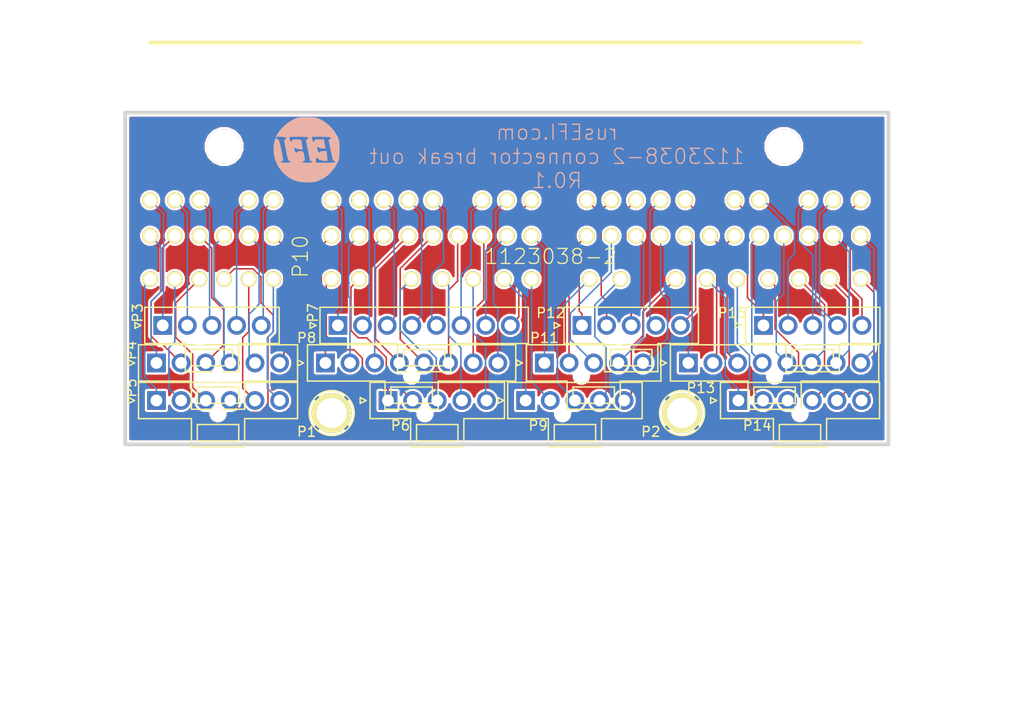
<source format=kicad_pcb>
(kicad_pcb (version 4) (host pcbnew 4.0.1-stable)
  (title_block (title "1123038-2 Connector breakout") (date 2016-10-02) (company rusEFI))
  (layers (0 F.Cu signal) (31 B.Cu signal) (35 F.Paste user) (36 B.SilkS user) (37 F.SilkS user) (39 F.Mask user) (44 Edge.Cuts user))
  (net 0 "")
  (net 1 GND)
  (net 2 "Net-(P10-Pad1)")
  (net 3 "Net-(P10-Pad2)")
  (net 4 "Net-(P10-Pad3)")
  (net 5 "Net-(P10-Pad4)")
  (net 6 "Net-(P10-Pad5)")
  (net 7 "Net-(P10-Pad24)")
  (net 8 "Net-(P10-Pad25)")
  (net 9 "Net-(P10-Pad26)")
  (net 10 "Net-(P10-Pad27)")
  (net 11 "Net-(P10-Pad28)")
  (net 12 "Net-(P10-Pad29)")
  (net 13 "Net-(P10-Pad51)")
  (net 14 "Net-(P10-Pad52)")
  (net 15 "Net-(P10-Pad53)")
  (net 16 "Net-(P10-Pad54)")
  (net 17 "Net-(P10-Pad55)")
  (net 18 "Net-(P10-Pad56)")
  (net 19 "Net-(P10-Pad57)")
  (net 20 "Net-(P10-Pad58)")
  (net 21 "Net-(P10-Pad59)")
  (net 22 "Net-(P10-Pad60)")
  (net 23 "Net-(P10-Pad61)")
  (net 24 "Net-(P10-Pad6)")
  (net 25 "Net-(P10-Pad7)")
  (net 26 "Net-(P10-Pad8)")
  (net 27 "Net-(P10-Pad9)")
  (net 28 "Net-(P10-Pad10)")
  (net 29 "Net-(P10-Pad11)")
  (net 30 "Net-(P10-Pad12)")
  (net 31 "Net-(P10-Pad13)")
  (net 32 "Net-(P10-Pad30)")
  (net 33 "Net-(P10-Pad31)")
  (net 34 "Net-(P10-Pad32)")
  (net 35 "Net-(P10-Pad33)")
  (net 36 "Net-(P10-Pad34)")
  (net 37 "Net-(P10-Pad35)")
  (net 38 "Net-(P10-Pad36)")
  (net 39 "Net-(P10-Pad37)")
  (net 40 "Net-(P10-Pad62)")
  (net 41 "Net-(P10-Pad63)")
  (net 42 "Net-(P10-Pad64)")
  (net 43 "Net-(P10-Pad65)")
  (net 44 "Net-(P10-Pad66)")
  (net 45 "Net-(P10-Pad38)")
  (net 46 "Net-(P10-Pad39)")
  (net 47 "Net-(P10-Pad40)")
  (net 48 "Net-(P10-Pad41)")
  (net 49 "Net-(P10-Pad42)")
  (net 50 "Net-(P10-Pad14)")
  (net 51 "Net-(P10-Pad15)")
  (net 52 "Net-(P10-Pad16)")
  (net 53 "Net-(P10-Pad17)")
  (net 54 "Net-(P10-Pad18)")
  (net 55 "Net-(P10-Pad43)")
  (net 56 "Net-(P10-Pad44)")
  (net 57 "Net-(P10-Pad45)")
  (net 58 "Net-(P10-Pad46)")
  (net 59 "Net-(P10-Pad47)")
  (net 60 "Net-(P10-Pad48)")
  (net 61 "Net-(P10-Pad49)")
  (net 62 "Net-(P10-Pad50)")
  (net 63 "Net-(P10-Pad67)")
  (net 64 "Net-(P10-Pad68)")
  (net 65 "Net-(P10-Pad69)")
  (net 66 "Net-(P10-Pad70)")
  (net 67 "Net-(P10-Pad71)")
  (net 68 "Net-(P10-Pad72)")
  (net 69 "Net-(P10-Pad19)")
  (net 70 "Net-(P10-Pad20)")
  (net 71 "Net-(P10-Pad21)")
  (net 72 "Net-(P10-Pad22)")
  (net 73 "Net-(P10-Pad23)")
  (module 1pin (layer F.Cu) (at 114.935 72.39)
    (fp_text reference P1 (at -2.54 1.905) (layer F.SilkS))
    (fp_text value CONN_1 hide)
    (pad 1 thru_hole circle (at 0 0) (size 4.064 4.064) (drill 3.048) (layers *.Cu *.Mask F.SilkS) (net 1 GND))
  )
  (module 1pin (layer F.Cu) (at 150.495 72.39)
    (fp_text reference P2 (at -3.175 1.905) (layer F.SilkS))
    (fp_text value CONN_1 hide)
    (pad 1 thru_hole circle (at 0 0) (size 4.064 4.064) (drill 3.048) (layers *.Cu *.Mask F.SilkS) (net 1 GND))
  )
  (module Molex_NanoFit_1x05x2.50mm_Straight (layer F.Cu) (at 97.79 63.5)
    (fp_text reference P3 (at -2.54 -1.27 90) (layer F.SilkS))
    (fp_text value CONN_01X05 hide)
    (pad 1 thru_hole rect (at 0 0) (size 1.9 1.9) (drill 1.2) (layers *.Cu *.Mask) (net 2 "Net-(P10-Pad1)"))
    (pad 2 thru_hole circle (at 2.5 0) (size 1.9 1.9) (drill 1.2) (layers *.Cu *.Mask) (net 3 "Net-(P10-Pad2)"))
    (pad 3 thru_hole circle (at 5 0) (size 1.9 1.9) (drill 1.2) (layers *.Cu *.Mask) (net 4 "Net-(P10-Pad3)"))
    (pad 4 thru_hole circle (at 7.5 0) (size 1.9 1.9) (drill 1.2) (layers *.Cu *.Mask) (net 5 "Net-(P10-Pad4)"))
    (pad 5 thru_hole circle (at 10 0) (size 1.9 1.9) (drill 1.2) (layers *.Cu *.Mask) (net 6 "Net-(P10-Pad5)"))
    (pad "" np_thru_hole circle (at 3.75 1.34) (size 1.3 1.3) (drill 1.3) (layers *.Cu))
  )
  (module Molex_NanoFit_1x06x2.50mm_Straight (layer F.Cu) (at 97.155 67.31)
    (fp_text reference P4 (at -2.54 -1.27 90) (layer F.SilkS))
    (fp_text value CONN_01X06 hide)
    (pad 1 thru_hole rect (at 0 0) (size 1.9 1.9) (drill 1.2) (layers *.Cu *.Mask) (net 7 "Net-(P10-Pad24)"))
    (pad 2 thru_hole circle (at 2.5 0) (size 1.9 1.9) (drill 1.2) (layers *.Cu *.Mask) (net 8 "Net-(P10-Pad25)"))
    (pad 3 thru_hole circle (at 5 0) (size 1.9 1.9) (drill 1.2) (layers *.Cu *.Mask) (net 9 "Net-(P10-Pad26)"))
    (pad 4 thru_hole circle (at 7.5 0) (size 1.9 1.9) (drill 1.2) (layers *.Cu *.Mask) (net 10 "Net-(P10-Pad27)"))
    (pad 5 thru_hole circle (at 10 0) (size 1.9 1.9) (drill 1.2) (layers *.Cu *.Mask) (net 11 "Net-(P10-Pad28)"))
    (pad 6 thru_hole circle (at 12.5 0) (size 1.9 1.9) (drill 1.2) (layers *.Cu *.Mask) (net 12 "Net-(P10-Pad29)"))
    (pad "" np_thru_hole circle (at 6.25 1.34) (size 1.3 1.3) (drill 1.3) (layers *.Cu))
  )
  (module Molex_NanoFit_1x06x2.50mm_Straight (layer F.Cu) (at 97.155 71.12)
    (fp_text reference P5 (at -2.54 -1.27 90) (layer F.SilkS))
    (fp_text value CONN_01X06 hide)
    (pad 1 thru_hole rect (at 0 0) (size 1.9 1.9) (drill 1.2) (layers *.Cu *.Mask) (net 13 "Net-(P10-Pad51)"))
    (pad 2 thru_hole circle (at 2.5 0) (size 1.9 1.9) (drill 1.2) (layers *.Cu *.Mask) (net 14 "Net-(P10-Pad52)"))
    (pad 3 thru_hole circle (at 5 0) (size 1.9 1.9) (drill 1.2) (layers *.Cu *.Mask) (net 15 "Net-(P10-Pad53)"))
    (pad 4 thru_hole circle (at 7.5 0) (size 1.9 1.9) (drill 1.2) (layers *.Cu *.Mask) (net 16 "Net-(P10-Pad54)"))
    (pad 5 thru_hole circle (at 10 0) (size 1.9 1.9) (drill 1.2) (layers *.Cu *.Mask) (net 17 "Net-(P10-Pad55)"))
    (pad 6 thru_hole circle (at 12.5 0) (size 1.9 1.9) (drill 1.2) (layers *.Cu *.Mask) (net 18 "Net-(P10-Pad56)"))
    (pad "" np_thru_hole circle (at 6.25 1.34) (size 1.3 1.3) (drill 1.3) (layers *.Cu))
  )
  (module Molex_NanoFit_1x05x2.50mm_Straight (layer F.Cu) (at 120.65 71.12)
    (fp_text reference P6 (at 1.27 2.54) (layer F.SilkS))
    (fp_text value CONN_01X05 hide)
    (pad 1 thru_hole rect (at 0 0) (size 1.9 1.9) (drill 1.2) (layers *.Cu *.Mask) (net 19 "Net-(P10-Pad57)"))
    (pad 2 thru_hole circle (at 2.5 0) (size 1.9 1.9) (drill 1.2) (layers *.Cu *.Mask) (net 20 "Net-(P10-Pad58)"))
    (pad 3 thru_hole circle (at 5 0) (size 1.9 1.9) (drill 1.2) (layers *.Cu *.Mask) (net 21 "Net-(P10-Pad59)"))
    (pad 4 thru_hole circle (at 7.5 0) (size 1.9 1.9) (drill 1.2) (layers *.Cu *.Mask) (net 22 "Net-(P10-Pad60)"))
    (pad 5 thru_hole circle (at 10 0) (size 1.9 1.9) (drill 1.2) (layers *.Cu *.Mask) (net 23 "Net-(P10-Pad61)"))
    (pad "" np_thru_hole circle (at 3.75 1.34) (size 1.3 1.3) (drill 1.3) (layers *.Cu))
  )
  (module Molex_NanoFit_1x08x2.50mm_Straight (layer F.Cu) (at 115.57 63.5)
    (fp_text reference P7 (at -2.54 -1.27 90) (layer F.SilkS))
    (fp_text value CONN_01X08 hide)
    (pad 1 thru_hole rect (at 0 0) (size 1.9 1.9) (drill 1.2) (layers *.Cu *.Mask) (net 24 "Net-(P10-Pad6)"))
    (pad 2 thru_hole circle (at 2.5 0) (size 1.9 1.9) (drill 1.2) (layers *.Cu *.Mask) (net 25 "Net-(P10-Pad7)"))
    (pad 3 thru_hole circle (at 5 0) (size 1.9 1.9) (drill 1.2) (layers *.Cu *.Mask) (net 26 "Net-(P10-Pad8)"))
    (pad 4 thru_hole circle (at 7.5 0) (size 1.9 1.9) (drill 1.2) (layers *.Cu *.Mask) (net 27 "Net-(P10-Pad9)"))
    (pad 5 thru_hole circle (at 10 0) (size 1.9 1.9) (drill 1.2) (layers *.Cu *.Mask) (net 28 "Net-(P10-Pad10)"))
    (pad 6 thru_hole circle (at 12.5 0) (size 1.9 1.9) (drill 1.2) (layers *.Cu *.Mask) (net 29 "Net-(P10-Pad11)"))
    (pad 7 thru_hole circle (at 15 0) (size 1.9 1.9) (drill 1.2) (layers *.Cu *.Mask) (net 30 "Net-(P10-Pad12)"))
    (pad 8 thru_hole circle (at 17.5 0) (size 1.9 1.9) (drill 1.2) (layers *.Cu *.Mask) (net 31 "Net-(P10-Pad13)"))
    (pad "" np_thru_hole circle (at 8.75 1.34) (size 1.3 1.3) (drill 1.3) (layers *.Cu))
  )
  (module Molex_NanoFit_1x08x2.50mm_Straight (layer F.Cu) (at 114.3 67.31)
    (fp_text reference P8 (at -1.905 -2.54 180) (layer F.SilkS))
    (fp_text value CONN_01X08 hide)
    (pad 1 thru_hole rect (at 0 0) (size 1.9 1.9) (drill 1.2) (layers *.Cu *.Mask) (net 32 "Net-(P10-Pad30)"))
    (pad 2 thru_hole circle (at 2.5 0) (size 1.9 1.9) (drill 1.2) (layers *.Cu *.Mask) (net 33 "Net-(P10-Pad31)"))
    (pad 3 thru_hole circle (at 5 0) (size 1.9 1.9) (drill 1.2) (layers *.Cu *.Mask) (net 34 "Net-(P10-Pad32)"))
    (pad 4 thru_hole circle (at 7.5 0) (size 1.9 1.9) (drill 1.2) (layers *.Cu *.Mask) (net 35 "Net-(P10-Pad33)"))
    (pad 5 thru_hole circle (at 10 0) (size 1.9 1.9) (drill 1.2) (layers *.Cu *.Mask) (net 36 "Net-(P10-Pad34)"))
    (pad 6 thru_hole circle (at 12.5 0) (size 1.9 1.9) (drill 1.2) (layers *.Cu *.Mask) (net 37 "Net-(P10-Pad35)"))
    (pad 7 thru_hole circle (at 15 0) (size 1.9 1.9) (drill 1.2) (layers *.Cu *.Mask) (net 38 "Net-(P10-Pad36)"))
    (pad 8 thru_hole circle (at 17.5 0) (size 1.9 1.9) (drill 1.2) (layers *.Cu *.Mask) (net 39 "Net-(P10-Pad37)"))
    (pad "" np_thru_hole circle (at 8.75 1.34) (size 1.3 1.3) (drill 1.3) (layers *.Cu))
  )
  (module Molex_NanoFit_1x05x2.50mm_Straight (layer F.Cu) (at 134.62 71.12)
    (fp_text reference P9 (at 1.27 2.54) (layer F.SilkS))
    (fp_text value CONN_01X05 hide)
    (pad 1 thru_hole rect (at 0 0) (size 1.9 1.9) (drill 1.2) (layers *.Cu *.Mask) (net 40 "Net-(P10-Pad62)"))
    (pad 2 thru_hole circle (at 2.5 0) (size 1.9 1.9) (drill 1.2) (layers *.Cu *.Mask) (net 41 "Net-(P10-Pad63)"))
    (pad 3 thru_hole circle (at 5 0) (size 1.9 1.9) (drill 1.2) (layers *.Cu *.Mask) (net 42 "Net-(P10-Pad64)"))
    (pad 4 thru_hole circle (at 7.5 0) (size 1.9 1.9) (drill 1.2) (layers *.Cu *.Mask) (net 43 "Net-(P10-Pad65)"))
    (pad 5 thru_hole circle (at 10 0) (size 1.9 1.9) (drill 1.2) (layers *.Cu *.Mask) (net 44 "Net-(P10-Pad66)"))
    (pad "" np_thru_hole circle (at 3.75 1.34) (size 1.3 1.3) (drill 1.3) (layers *.Cu))
  )
  (module Molex_NanoFit_1x05x2.50mm_Straight (layer F.Cu) (at 136.525 67.31)
    (fp_text reference P11 (at 0 -2.54) (layer F.SilkS))
    (fp_text value CONN_01X05 hide)
    (pad 1 thru_hole rect (at 0 0) (size 1.9 1.9) (drill 1.2) (layers *.Cu *.Mask) (net 45 "Net-(P10-Pad38)"))
    (pad 2 thru_hole circle (at 2.5 0) (size 1.9 1.9) (drill 1.2) (layers *.Cu *.Mask) (net 46 "Net-(P10-Pad39)"))
    (pad 3 thru_hole circle (at 5 0) (size 1.9 1.9) (drill 1.2) (layers *.Cu *.Mask) (net 47 "Net-(P10-Pad40)"))
    (pad 4 thru_hole circle (at 7.5 0) (size 1.9 1.9) (drill 1.2) (layers *.Cu *.Mask) (net 48 "Net-(P10-Pad41)"))
    (pad 5 thru_hole circle (at 10 0) (size 1.9 1.9) (drill 1.2) (layers *.Cu *.Mask) (net 49 "Net-(P10-Pad42)"))
    (pad "" np_thru_hole circle (at 3.75 1.34) (size 1.3 1.3) (drill 1.3) (layers *.Cu))
  )
  (module Molex_NanoFit_1x05x2.50mm_Straight (layer F.Cu) (at 140.335 63.5)
    (fp_text reference P12 (at -3.175 -1.27) (layer F.SilkS))
    (fp_text value CONN_01X05 hide)
    (pad 1 thru_hole rect (at 0 0) (size 1.9 1.9) (drill 1.2) (layers *.Cu *.Mask) (net 50 "Net-(P10-Pad14)"))
    (pad 2 thru_hole circle (at 2.5 0) (size 1.9 1.9) (drill 1.2) (layers *.Cu *.Mask) (net 51 "Net-(P10-Pad15)"))
    (pad 3 thru_hole circle (at 5 0) (size 1.9 1.9) (drill 1.2) (layers *.Cu *.Mask) (net 52 "Net-(P10-Pad16)"))
    (pad 4 thru_hole circle (at 7.5 0) (size 1.9 1.9) (drill 1.2) (layers *.Cu *.Mask) (net 53 "Net-(P10-Pad17)"))
    (pad 5 thru_hole circle (at 10 0) (size 1.9 1.9) (drill 1.2) (layers *.Cu *.Mask) (net 54 "Net-(P10-Pad18)"))
    (pad "" np_thru_hole circle (at 3.75 1.34) (size 1.3 1.3) (drill 1.3) (layers *.Cu))
  )
  (module Molex_NanoFit_1x08x2.50mm_Straight (layer F.Cu) (at 151.13 67.31)
    (fp_text reference P13 (at 1.27 2.54) (layer F.SilkS))
    (fp_text value CONN_01X08 hide)
    (pad 1 thru_hole rect (at 0 0) (size 1.9 1.9) (drill 1.2) (layers *.Cu *.Mask) (net 55 "Net-(P10-Pad43)"))
    (pad 2 thru_hole circle (at 2.5 0) (size 1.9 1.9) (drill 1.2) (layers *.Cu *.Mask) (net 56 "Net-(P10-Pad44)"))
    (pad 3 thru_hole circle (at 5 0) (size 1.9 1.9) (drill 1.2) (layers *.Cu *.Mask) (net 57 "Net-(P10-Pad45)"))
    (pad 4 thru_hole circle (at 7.5 0) (size 1.9 1.9) (drill 1.2) (layers *.Cu *.Mask) (net 58 "Net-(P10-Pad46)"))
    (pad 5 thru_hole circle (at 10 0) (size 1.9 1.9) (drill 1.2) (layers *.Cu *.Mask) (net 59 "Net-(P10-Pad47)"))
    (pad 6 thru_hole circle (at 12.5 0) (size 1.9 1.9) (drill 1.2) (layers *.Cu *.Mask) (net 60 "Net-(P10-Pad48)"))
    (pad 7 thru_hole circle (at 15 0) (size 1.9 1.9) (drill 1.2) (layers *.Cu *.Mask) (net 61 "Net-(P10-Pad49)"))
    (pad 8 thru_hole circle (at 17.5 0) (size 1.9 1.9) (drill 1.2) (layers *.Cu *.Mask) (net 62 "Net-(P10-Pad50)"))
    (pad "" np_thru_hole circle (at 8.75 1.34) (size 1.3 1.3) (drill 1.3) (layers *.Cu))
  )
  (module Molex_NanoFit_1x06x2.50mm_Straight (layer F.Cu) (at 156.21 71.12)
    (fp_text reference P14 (at 1.905 2.54) (layer F.SilkS))
    (fp_text value CONN_01X06 hide)
    (pad 1 thru_hole rect (at 0 0) (size 1.9 1.9) (drill 1.2) (layers *.Cu *.Mask) (net 63 "Net-(P10-Pad67)"))
    (pad 2 thru_hole circle (at 2.5 0) (size 1.9 1.9) (drill 1.2) (layers *.Cu *.Mask) (net 64 "Net-(P10-Pad68)"))
    (pad 3 thru_hole circle (at 5 0) (size 1.9 1.9) (drill 1.2) (layers *.Cu *.Mask) (net 65 "Net-(P10-Pad69)"))
    (pad 4 thru_hole circle (at 7.5 0) (size 1.9 1.9) (drill 1.2) (layers *.Cu *.Mask) (net 66 "Net-(P10-Pad70)"))
    (pad 5 thru_hole circle (at 10 0) (size 1.9 1.9) (drill 1.2) (layers *.Cu *.Mask) (net 67 "Net-(P10-Pad71)"))
    (pad 6 thru_hole circle (at 12.5 0) (size 1.9 1.9) (drill 1.2) (layers *.Cu *.Mask) (net 68 "Net-(P10-Pad72)"))
    (pad "" np_thru_hole circle (at 6.25 1.34) (size 1.3 1.3) (drill 1.3) (layers *.Cu))
  )
  (module Molex_NanoFit_1x05x2.50mm_Straight (layer F.Cu) (at 158.75 63.5)
    (fp_text reference P15 (at -3.175 -1.27) (layer F.SilkS))
    (fp_text value CONN_01X05 hide)
    (pad 1 thru_hole rect (at 0 0) (size 1.9 1.9) (drill 1.2) (layers *.Cu *.Mask) (net 69 "Net-(P10-Pad19)"))
    (pad 2 thru_hole circle (at 2.5 0) (size 1.9 1.9) (drill 1.2) (layers *.Cu *.Mask) (net 70 "Net-(P10-Pad20)"))
    (pad 3 thru_hole circle (at 5 0) (size 1.9 1.9) (drill 1.2) (layers *.Cu *.Mask) (net 71 "Net-(P10-Pad21)"))
    (pad 4 thru_hole circle (at 7.5 0) (size 1.9 1.9) (drill 1.2) (layers *.Cu *.Mask) (net 72 "Net-(P10-Pad22)"))
    (pad 5 thru_hole circle (at 10 0) (size 1.9 1.9) (drill 1.2) (layers *.Cu *.Mask) (net 73 "Net-(P10-Pad23)"))
    (pad "" np_thru_hole circle (at 3.75 1.34) (size 1.3 1.3) (drill 1.3) (layers *.Cu))
  )
  (module 1123038-2 (layer F.Cu) (at 96.52 50.8)
    (fp_text reference P10 (at 15.24 5.715 90) (layer F.SilkS) (effects (font (thickness 0.127))))
    (fp_text value 1123038-2 (at 40.64 5.715 180) (layer F.SilkS) (effects (font (thickness 0.127))))
    (pad 1 thru_hole circle (at 0 0) (size 1.6 1.6) (drill 1.2) (layers *.Cu *.Mask F.SilkS) (net 2 "Net-(P10-Pad1)"))
    (pad 2 thru_hole circle (at 2.5 0) (size 1.6 1.6) (drill 1.2) (layers *.Cu *.Mask F.SilkS) (net 3 "Net-(P10-Pad2)"))
    (pad 3 thru_hole circle (at 5 0) (size 1.6 1.6) (drill 1.2) (layers *.Cu *.Mask F.SilkS) (net 4 "Net-(P10-Pad3)"))
    (pad 4 thru_hole circle (at 10 0) (size 1.6 1.6) (drill 1.2) (layers *.Cu *.Mask F.SilkS) (net 5 "Net-(P10-Pad4)"))
    (pad 5 thru_hole circle (at 12.5 0) (size 1.6 1.6) (drill 1.2) (layers *.Cu *.Mask F.SilkS) (net 6 "Net-(P10-Pad5)"))
    (pad 6 thru_hole circle (at 18.4 0) (size 1.6 1.6) (drill 1.2) (layers *.Cu *.Mask F.SilkS) (net 24 "Net-(P10-Pad6)"))
    (pad 7 thru_hole circle (at 21.2 0) (size 1.6 1.6) (drill 1.2) (layers *.Cu *.Mask F.SilkS) (net 25 "Net-(P10-Pad7)"))
    (pad 8 thru_hole circle (at 23.7 0) (size 1.6 1.6) (drill 1.2) (layers *.Cu *.Mask F.SilkS) (net 26 "Net-(P10-Pad8)"))
    (pad 9 thru_hole circle (at 26.2 0) (size 1.6 1.6) (drill 1.2) (layers *.Cu *.Mask F.SilkS) (net 27 "Net-(P10-Pad9)"))
    (pad 10 thru_hole circle (at 28.7 0) (size 1.6 1.6) (drill 1.2) (layers *.Cu *.Mask F.SilkS) (net 28 "Net-(P10-Pad10)"))
    (pad 11 thru_hole circle (at 33.7 0) (size 1.6 1.6) (drill 1.2) (layers *.Cu *.Mask F.SilkS) (net 29 "Net-(P10-Pad11)"))
    (pad 12 thru_hole circle (at 36.2 0) (size 1.6 1.6) (drill 1.2) (layers *.Cu *.Mask F.SilkS) (net 30 "Net-(P10-Pad12)"))
    (pad 13 thru_hole circle (at 38.7 0) (size 1.6 1.6) (drill 1.2) (layers *.Cu *.Mask F.SilkS) (net 31 "Net-(P10-Pad13)"))
    (pad 14 thru_hole circle (at 44.3 0) (size 1.6 1.6) (drill 1.2) (layers *.Cu *.Mask F.SilkS) (net 50 "Net-(P10-Pad14)"))
    (pad 15 thru_hole circle (at 46.8 0) (size 1.6 1.6) (drill 1.2) (layers *.Cu *.Mask F.SilkS) (net 51 "Net-(P10-Pad15)"))
    (pad 16 thru_hole circle (at 49.3 0) (size 1.6 1.6) (drill 1.2) (layers *.Cu *.Mask F.SilkS) (net 52 "Net-(P10-Pad16)"))
    (pad 17 thru_hole circle (at 51.8 0) (size 1.6 1.6) (drill 1.2) (layers *.Cu *.Mask F.SilkS) (net 53 "Net-(P10-Pad17)"))
    (pad 18 thru_hole circle (at 54.3 0) (size 1.6 1.6) (drill 1.2) (layers *.Cu *.Mask F.SilkS) (net 54 "Net-(P10-Pad18)"))
    (pad 19 thru_hole circle (at 59.3 0) (size 1.6 1.6) (drill 1.2) (layers *.Cu *.Mask F.SilkS) (net 69 "Net-(P10-Pad19)"))
    (pad 20 thru_hole circle (at 61.8 0) (size 1.6 1.6) (drill 1.2) (layers *.Cu *.Mask F.SilkS) (net 70 "Net-(P10-Pad20)"))
    (pad 21 thru_hole circle (at 66.8 0) (size 1.6 1.6) (drill 1.2) (layers *.Cu *.Mask F.SilkS) (net 71 "Net-(P10-Pad21)"))
    (pad 22 thru_hole circle (at 69.3 0) (size 1.6 1.6) (drill 1.2) (layers *.Cu *.Mask F.SilkS) (net 72 "Net-(P10-Pad22)"))
    (pad 23 thru_hole circle (at 72.1 0) (size 1.6 1.6) (drill 1.2) (layers *.Cu *.Mask F.SilkS) (net 73 "Net-(P10-Pad23)"))
    (pad 24 thru_hole circle (at 0 3.6) (size 1.6 1.6) (drill 1.2) (layers *.Cu *.Mask F.SilkS) (net 7 "Net-(P10-Pad24)"))
    (pad 25 thru_hole circle (at 2.5 3.6) (size 1.6 1.6) (drill 1.2) (layers *.Cu *.Mask F.SilkS) (net 8 "Net-(P10-Pad25)"))
    (pad 26 thru_hole circle (at 5 3.6) (size 1.6 1.6) (drill 1.2) (layers *.Cu *.Mask F.SilkS) (net 9 "Net-(P10-Pad26)"))
    (pad 27 thru_hole circle (at 7.5 3.6) (size 1.6 1.6) (drill 1.2) (layers *.Cu *.Mask F.SilkS) (net 10 "Net-(P10-Pad27)"))
    (pad 28 thru_hole circle (at 10 3.6) (size 1.6 1.6) (drill 1.2) (layers *.Cu *.Mask F.SilkS) (net 11 "Net-(P10-Pad28)"))
    (pad 29 thru_hole circle (at 12.5 3.6) (size 1.6 1.6) (drill 1.2) (layers *.Cu *.Mask F.SilkS) (net 12 "Net-(P10-Pad29)"))
    (pad 30 thru_hole circle (at 18.4 3.6) (size 1.6 1.6) (drill 1.2) (layers *.Cu *.Mask F.SilkS) (net 32 "Net-(P10-Pad30)"))
    (pad 31 thru_hole circle (at 21.2 3.6) (size 1.6 1.6) (drill 1.2) (layers *.Cu *.Mask F.SilkS) (net 33 "Net-(P10-Pad31)"))
    (pad 32 thru_hole circle (at 23.7 3.6) (size 1.6 1.6) (drill 1.2) (layers *.Cu *.Mask F.SilkS) (net 34 "Net-(P10-Pad32)"))
    (pad 33 thru_hole circle (at 26.2 3.6) (size 1.6 1.6) (drill 1.2) (layers *.Cu *.Mask F.SilkS) (net 35 "Net-(P10-Pad33)"))
    (pad 34 thru_hole circle (at 28.7 3.6) (size 1.6 1.6) (drill 1.2) (layers *.Cu *.Mask F.SilkS) (net 36 "Net-(P10-Pad34)"))
    (pad 35 thru_hole circle (at 31.2 3.6) (size 1.6 1.6) (drill 1.2) (layers *.Cu *.Mask F.SilkS) (net 37 "Net-(P10-Pad35)"))
    (pad 36 thru_hole circle (at 33.7 3.6) (size 1.6 1.6) (drill 1.2) (layers *.Cu *.Mask F.SilkS) (net 38 "Net-(P10-Pad36)"))
    (pad 37 thru_hole circle (at 36.2 3.6) (size 1.6 1.6) (drill 1.2) (layers *.Cu *.Mask F.SilkS) (net 39 "Net-(P10-Pad37)"))
    (pad 38 thru_hole circle (at 38.7 3.6) (size 1.6 1.6) (drill 1.2) (layers *.Cu *.Mask F.SilkS) (net 45 "Net-(P10-Pad38)"))
    (pad 39 thru_hole circle (at 44.3 3.6) (size 1.6 1.6) (drill 1.2) (layers *.Cu *.Mask F.SilkS) (net 46 "Net-(P10-Pad39)"))
    (pad 40 thru_hole circle (at 46.8 3.6) (size 1.6 1.6) (drill 1.2) (layers *.Cu *.Mask F.SilkS) (net 47 "Net-(P10-Pad40)"))
    (pad 41 thru_hole circle (at 49.3 3.6) (size 1.6 1.6) (drill 1.2) (layers *.Cu *.Mask F.SilkS) (net 48 "Net-(P10-Pad41)"))
    (pad 42 thru_hole circle (at 51.8 3.6) (size 1.6 1.6) (drill 1.2) (layers *.Cu *.Mask F.SilkS) (net 49 "Net-(P10-Pad42)"))
    (pad 43 thru_hole circle (at 54.3 3.6) (size 1.6 1.6) (drill 1.2) (layers *.Cu *.Mask F.SilkS) (net 55 "Net-(P10-Pad43)"))
    (pad 44 thru_hole circle (at 56.8 3.6) (size 1.6 1.6) (drill 1.2) (layers *.Cu *.Mask F.SilkS) (net 56 "Net-(P10-Pad44)"))
    (pad 45 thru_hole circle (at 59.3 3.6) (size 1.6 1.6) (drill 1.2) (layers *.Cu *.Mask F.SilkS) (net 57 "Net-(P10-Pad45)"))
    (pad 46 thru_hole circle (at 61.8 3.6) (size 1.6 1.6) (drill 1.2) (layers *.Cu *.Mask F.SilkS) (net 58 "Net-(P10-Pad46)"))
    (pad 47 thru_hole circle (at 64.3 3.6) (size 1.6 1.6) (drill 1.2) (layers *.Cu *.Mask F.SilkS) (net 59 "Net-(P10-Pad47)"))
    (pad 48 thru_hole circle (at 66.8 3.6) (size 1.6 1.6) (drill 1.2) (layers *.Cu *.Mask F.SilkS) (net 60 "Net-(P10-Pad48)"))
    (pad 49 thru_hole circle (at 69.3 3.6) (size 1.6 1.6) (drill 1.2) (layers *.Cu *.Mask F.SilkS) (net 61 "Net-(P10-Pad49)"))
    (pad 50 thru_hole circle (at 72.1 3.6) (size 1.6 1.6) (drill 1.2) (layers *.Cu *.Mask F.SilkS) (net 62 "Net-(P10-Pad50)"))
    (pad 51 thru_hole circle (at 0 8) (size 1.6 1.6) (drill 1.2) (layers *.Cu *.Mask F.SilkS) (net 13 "Net-(P10-Pad51)"))
    (pad 52 thru_hole circle (at 2.5 8) (size 1.6 1.6) (drill 1.2) (layers *.Cu *.Mask F.SilkS) (net 14 "Net-(P10-Pad52)"))
    (pad 53 thru_hole circle (at 5 8) (size 1.6 1.6) (drill 1.2) (layers *.Cu *.Mask F.SilkS) (net 15 "Net-(P10-Pad53)"))
    (pad 54 thru_hole circle (at 7.5 8) (size 1.6 1.6) (drill 1.2) (layers *.Cu *.Mask F.SilkS) (net 16 "Net-(P10-Pad54)"))
    (pad 55 thru_hole circle (at 10 8) (size 1.6 1.6) (drill 1.2) (layers *.Cu *.Mask F.SilkS) (net 17 "Net-(P10-Pad55)"))
    (pad 56 thru_hole circle (at 12.5 8) (size 1.6 1.6) (drill 1.2) (layers *.Cu *.Mask F.SilkS) (net 18 "Net-(P10-Pad56)"))
    (pad 57 thru_hole circle (at 18.4 8) (size 1.6 1.6) (drill 1.2) (layers *.Cu *.Mask F.SilkS) (net 19 "Net-(P10-Pad57)"))
    (pad 58 thru_hole circle (at 21.2 8) (size 1.6 1.6) (drill 1.2) (layers *.Cu *.Mask F.SilkS) (net 20 "Net-(P10-Pad58)"))
    (pad 59 thru_hole circle (at 26.51 8) (size 1.6 1.6) (drill 1.2) (layers *.Cu *.Mask F.SilkS) (net 21 "Net-(P10-Pad59)"))
    (pad 60 thru_hole circle (at 29.64 8) (size 1.6 1.6) (drill 1.2) (layers *.Cu *.Mask F.SilkS) (net 22 "Net-(P10-Pad60)"))
    (pad 61 thru_hole circle (at 32.77 8) (size 1.6 1.6) (drill 1.2) (layers *.Cu *.Mask F.SilkS) (net 23 "Net-(P10-Pad61)"))
    (pad 62 thru_hole circle (at 35.9 8) (size 1.6 1.6) (drill 1.2) (layers *.Cu *.Mask F.SilkS) (net 40 "Net-(P10-Pad62)"))
    (pad 63 thru_hole circle (at 38.7 8) (size 1.6 1.6) (drill 1.2) (layers *.Cu *.Mask F.SilkS) (net 41 "Net-(P10-Pad63)"))
    (pad 64 thru_hole circle (at 44.6 8) (size 1.6 1.6) (drill 1.2) (layers *.Cu *.Mask F.SilkS) (net 42 "Net-(P10-Pad64)"))
    (pad 65 thru_hole circle (at 47.73 8) (size 1.6 1.6) (drill 1.2) (layers *.Cu *.Mask F.SilkS) (net 43 "Net-(P10-Pad65)"))
    (pad 66 thru_hole circle (at 53.32 8) (size 1.6 1.6) (drill 1.2) (layers *.Cu *.Mask F.SilkS) (net 44 "Net-(P10-Pad66)"))
    (pad 67 thru_hole circle (at 56.45 8) (size 1.6 1.6) (drill 1.2) (layers *.Cu *.Mask F.SilkS) (net 63 "Net-(P10-Pad67)"))
    (pad 68 thru_hole circle (at 59.58 8) (size 1.6 1.6) (drill 1.2) (layers *.Cu *.Mask F.SilkS) (net 64 "Net-(P10-Pad68)"))
    (pad 69 thru_hole circle (at 62.71 8) (size 1.6 1.6) (drill 1.2) (layers *.Cu *.Mask F.SilkS) (net 65 "Net-(P10-Pad69)"))
    (pad 70 thru_hole circle (at 65.84 8) (size 1.6 1.6) (drill 1.2) (layers *.Cu *.Mask F.SilkS) (net 66 "Net-(P10-Pad70)"))
    (pad 71 thru_hole circle (at 68.97 8) (size 1.6 1.6) (drill 1.2) (layers *.Cu *.Mask F.SilkS) (net 67 "Net-(P10-Pad71)"))
    (pad 72 thru_hole circle (at 72.1 8) (size 1.6 1.6) (drill 1.2) (layers *.Cu *.Mask F.SilkS) (net 68 "Net-(P10-Pad72)"))
    (pad "" thru_hole circle (at 64.3 -5.45) (size 3.5 3.5) (drill 3.5) (layers *.Cu *.Mask F.SilkS))
    (pad "" thru_hole circle (at 7.5 -5.45) (size 3.5 3.5) (drill 3.5) (layers *.Cu *.Mask F.SilkS))
  )
  (module logo:LOGO (layer B.Cu) (at 112.395 45.72 180)
    (fp_text reference G1 hide)
    (fp_text value LOGO hide)
  )
  (gr_text "rusEFI.com\n1123038-2 connector break out\nR0.1" (at 137.795 46.355) (layer B.SilkS) (effects (font (thickness 0.127)) (justify mirror)))
  (gr_line (start 93.98 75.565) (end 93.98 41.91) (angle 90) (layer Edge.Cuts) (width 0.381))
  (gr_line (start 171.45 75.565) (end 93.98 75.565) (angle 90) (layer Edge.Cuts) (width 0.381))
  (gr_line (start 171.45 41.91) (end 171.45 75.565) (angle 90) (layer Edge.Cuts) (width 0.381))
  (gr_line (start 93.98 41.91) (end 171.45 41.91) (angle 90) (layer Edge.Cuts) (width 0.381))
  (segment (start 97.8865 62.2246) (end 97.79 62.3211) (width 0.1524) (layer B.Cu) (net 2))
  (segment (start 97.8865 52.1665) (end 97.8865 62.2246) (width 0.1524) (layer B.Cu) (net 2))
  (segment (start 96.52 50.8) (end 97.8865 52.1665) (width 0.1524) (layer B.Cu) (net 2))
  (segment (start 97.79 63.5) (end 97.79 62.3211) (width 0.1524) (layer B.Cu) (net 2))
  (segment (start 100.29 52.07) (end 100.29 63.5) (width 0.1524) (layer B.Cu) (net 3))
  (segment (start 99.02 50.8) (end 100.29 52.07) (width 0.1524) (layer B.Cu) (net 3))
  (segment (start 102.5489 63.2589) (end 102.79 63.5) (width 0.1524) (layer B.Cu) (net 4))
  (segment (start 102.5489 51.8289) (end 102.5489 63.2589) (width 0.1524) (layer B.Cu) (net 4))
  (segment (start 101.52 50.8) (end 102.5489 51.8289) (width 0.1524) (layer B.Cu) (net 4))
  (segment (start 105.29 52.03) (end 105.29 63.5) (width 0.1524) (layer B.Cu) (net 5))
  (segment (start 106.52 50.8) (end 105.29 52.03) (width 0.1524) (layer B.Cu) (net 5))
  (segment (start 107.9911 63.2989) (end 107.79 63.5) (width 0.1524) (layer B.Cu) (net 6))
  (segment (start 107.9911 51.8289) (end 107.9911 63.2989) (width 0.1524) (layer B.Cu) (net 6))
  (segment (start 109.02 50.8) (end 107.9911 51.8289) (width 0.1524) (layer B.Cu) (net 6))
  (segment (start 96.611 65.5871) (end 97.155 66.1311) (width 0.1524) (layer B.Cu) (net 7))
  (segment (start 96.611 61.075) (end 96.611 65.5871) (width 0.1524) (layer B.Cu) (net 7))
  (segment (start 97.5813 60.1047) (end 96.611 61.075) (width 0.1524) (layer B.Cu) (net 7))
  (segment (start 97.5813 55.4613) (end 97.5813 60.1047) (width 0.1524) (layer B.Cu) (net 7))
  (segment (start 96.52 54.4) (end 97.5813 55.4613) (width 0.1524) (layer B.Cu) (net 7))
  (segment (start 97.155 67.31) (end 97.155 66.1311) (width 0.1524) (layer B.Cu) (net 7))
  (segment (start 97.75 65.405) (end 99.655 67.31) (width 0.1524) (layer F.Cu) (net 8))
  (segment (start 97.4425 65.405) (end 97.75 65.405) (width 0.1524) (layer F.Cu) (net 8))
  (segment (start 96.611 64.5735) (end 97.4425 65.405) (width 0.1524) (layer F.Cu) (net 8))
  (segment (start 96.611 61.075) (end 96.611 64.5735) (width 0.1524) (layer F.Cu) (net 8))
  (segment (start 97.7701 59.9159) (end 96.611 61.075) (width 0.1524) (layer F.Cu) (net 8))
  (segment (start 97.7701 55.6499) (end 97.7701 59.9159) (width 0.1524) (layer F.Cu) (net 8))
  (segment (start 99.02 54.4) (end 97.7701 55.6499) (width 0.1524) (layer F.Cu) (net 8))
  (segment (start 103.969 65.496) (end 102.155 67.31) (width 0.1524) (layer F.Cu) (net 9))
  (segment (start 103.969 61.8911) (end 103.969 65.496) (width 0.1524) (layer F.Cu) (net 9))
  (segment (start 102.7701 60.6922) (end 103.969 61.8911) (width 0.1524) (layer F.Cu) (net 9))
  (segment (start 102.7701 55.6501) (end 102.7701 60.6922) (width 0.1524) (layer F.Cu) (net 9))
  (segment (start 101.52 54.4) (end 102.7701 55.6501) (width 0.1524) (layer F.Cu) (net 9))
  (segment (start 104.02 66.675) (end 104.655 67.31) (width 0.1524) (layer B.Cu) (net 10))
  (segment (start 104.02 61.698) (end 104.02 66.675) (width 0.1524) (layer B.Cu) (net 10))
  (segment (start 102.991 60.669) (end 104.02 61.698) (width 0.1524) (layer B.Cu) (net 10))
  (segment (start 102.991 55.429) (end 102.991 60.669) (width 0.1524) (layer B.Cu) (net 10))
  (segment (start 104.02 54.4) (end 102.991 55.429) (width 0.1524) (layer B.Cu) (net 10))
  (segment (start 106.5645 66.7195) (end 107.155 67.31) (width 0.1524) (layer B.Cu) (net 11))
  (segment (start 106.5645 62.3622) (end 106.5645 66.7195) (width 0.1524) (layer B.Cu) (net 11))
  (segment (start 107.5706 61.3561) (end 106.5645 62.3622) (width 0.1524) (layer B.Cu) (net 11))
  (segment (start 107.5706 55.4506) (end 107.5706 61.3561) (width 0.1524) (layer B.Cu) (net 11))
  (segment (start 106.52 54.4) (end 107.5706 55.4506) (width 0.1524) (layer B.Cu) (net 11))
  (segment (start 110.0883 66.8767) (end 109.655 67.31) (width 0.1524) (layer F.Cu) (net 12))
  (segment (start 110.0883 55.4683) (end 110.0883 66.8767) (width 0.1524) (layer F.Cu) (net 12))
  (segment (start 109.02 54.4) (end 110.0883 55.4683) (width 0.1524) (layer F.Cu) (net 12))
  (segment (start 95.9761 68.7622) (end 97.155 69.9411) (width 0.1524) (layer B.Cu) (net 13))
  (segment (start 95.9761 59.3439) (end 95.9761 68.7622) (width 0.1524) (layer B.Cu) (net 13))
  (segment (start 96.52 58.8) (end 95.9761 59.3439) (width 0.1524) (layer B.Cu) (net 13))
  (segment (start 97.155 71.12) (end 97.155 69.9411) (width 0.1524) (layer B.Cu) (net 13))
  (segment (start 98.4197 69.8847) (end 99.655 71.12) (width 0.1524) (layer B.Cu) (net 14))
  (segment (start 98.4197 65.7619) (end 98.4197 69.8847) (width 0.1524) (layer B.Cu) (net 14))
  (segment (start 99.02 65.1616) (end 98.4197 65.7619) (width 0.1524) (layer B.Cu) (net 14))
  (segment (start 99.02 58.8) (end 99.02 65.1616) (width 0.1524) (layer B.Cu) (net 14))
  (segment (start 100.834 69.799) (end 102.155 71.12) (width 0.1524) (layer F.Cu) (net 15))
  (segment (start 100.834 66.4364) (end 100.834 69.799) (width 0.1524) (layer F.Cu) (net 15))
  (segment (start 99.111 64.7134) (end 100.834 66.4364) (width 0.1524) (layer F.Cu) (net 15))
  (segment (start 99.111 61.209) (end 99.111 64.7134) (width 0.1524) (layer F.Cu) (net 15))
  (segment (start 101.52 58.8) (end 99.111 61.209) (width 0.1524) (layer F.Cu) (net 15))
  (segment (start 105.8545 72.3195) (end 104.655 71.12) (width 0.1524) (layer F.Cu) (net 16))
  (segment (start 107.6652 72.3195) (end 105.8545 72.3195) (width 0.1524) (layer F.Cu) (net 16))
  (segment (start 108.476 71.5087) (end 107.6652 72.3195) (width 0.1524) (layer F.Cu) (net 16))
  (segment (start 108.476 64.679) (end 108.476 71.5087) (width 0.1524) (layer F.Cu) (net 16))
  (segment (start 108.9939 64.1611) (end 108.476 64.679) (width 0.1524) (layer F.Cu) (net 16))
  (segment (start 108.9939 62.4353) (end 108.9939 64.1611) (width 0.1524) (layer F.Cu) (net 16))
  (segment (start 107.7701 61.2115) (end 108.9939 62.4353) (width 0.1524) (layer F.Cu) (net 16))
  (segment (start 107.7701 58.5819) (end 107.7701 61.2115) (width 0.1524) (layer F.Cu) (net 16))
  (segment (start 106.9464 57.7582) (end 107.7701 58.5819) (width 0.1524) (layer F.Cu) (net 16))
  (segment (start 105.0618 57.7582) (end 106.9464 57.7582) (width 0.1524) (layer F.Cu) (net 16))
  (segment (start 104.02 58.8) (end 105.0618 57.7582) (width 0.1524) (layer F.Cu) (net 16))
  (segment (start 105.9089 69.8739) (end 107.155 71.12) (width 0.1524) (layer F.Cu) (net 17))
  (segment (start 105.9089 64.7461) (end 105.9089 69.8739) (width 0.1524) (layer F.Cu) (net 17))
  (segment (start 106.52 64.135) (end 105.9089 64.7461) (width 0.1524) (layer F.Cu) (net 17))
  (segment (start 106.52 58.8) (end 106.52 64.135) (width 0.1524) (layer F.Cu) (net 17))
  (segment (start 108.405 69.87) (end 109.655 71.12) (width 0.1524) (layer B.Cu) (net 18))
  (segment (start 108.405 64.75) (end 108.405 69.87) (width 0.1524) (layer B.Cu) (net 18))
  (segment (start 109.02 64.135) (end 108.405 64.75) (width 0.1524) (layer B.Cu) (net 18))
  (segment (start 109.02 58.8) (end 109.02 64.135) (width 0.1524) (layer B.Cu) (net 18))
  (segment (start 120.2079 69.9411) (end 120.65 69.9411) (width 0.1524) (layer F.Cu) (net 19))
  (segment (start 118.0501 67.7833) (end 120.2079 69.9411) (width 0.1524) (layer F.Cu) (net 19))
  (segment (start 118.0501 66.826) (end 118.0501 67.7833) (width 0.1524) (layer F.Cu) (net 19))
  (segment (start 117.1968 65.9727) (end 118.0501 66.826) (width 0.1524) (layer F.Cu) (net 19))
  (segment (start 115.805 65.9727) (end 117.1968 65.9727) (width 0.1524) (layer F.Cu) (net 19))
  (segment (start 114.391 64.5587) (end 115.805 65.9727) (width 0.1524) (layer F.Cu) (net 19))
  (segment (start 114.391 59.329) (end 114.391 64.5587) (width 0.1524) (layer F.Cu) (net 19))
  (segment (start 114.92 58.8) (end 114.391 59.329) (width 0.1524) (layer F.Cu) (net 19))
  (segment (start 120.65 71.12) (end 120.65 69.9411) (width 0.1524) (layer F.Cu) (net 19))
  (segment (start 120.479 68.449) (end 123.15 71.12) (width 0.1524) (layer F.Cu) (net 20))
  (segment (start 120.479 66.7528) (end 120.479 68.449) (width 0.1524) (layer F.Cu) (net 20))
  (segment (start 118.4923 64.7661) (end 120.479 66.7528) (width 0.1524) (layer F.Cu) (net 20))
  (segment (start 117.6393 64.7661) (end 118.4923 64.7661) (width 0.1524) (layer F.Cu) (net 20))
  (segment (start 116.891 64.0178) (end 117.6393 64.7661) (width 0.1524) (layer F.Cu) (net 20))
  (segment (start 116.891 59.629) (end 116.891 64.0178) (width 0.1524) (layer F.Cu) (net 20))
  (segment (start 117.72 58.8) (end 116.891 59.629) (width 0.1524) (layer F.Cu) (net 20))
  (segment (start 125.5501 71.0201) (end 125.65 71.12) (width 0.1524) (layer B.Cu) (net 21))
  (segment (start 125.5501 66.8093) (end 125.5501 71.0201) (width 0.1524) (layer B.Cu) (net 21))
  (segment (start 124.6846 65.9438) (end 125.5501 66.8093) (width 0.1524) (layer B.Cu) (net 21))
  (segment (start 123.8191 65.9438) (end 124.6846 65.9438) (width 0.1524) (layer B.Cu) (net 21))
  (segment (start 121.8762 64.0009) (end 123.8191 65.9438) (width 0.1524) (layer B.Cu) (net 21))
  (segment (start 121.8762 59.9538) (end 121.8762 64.0009) (width 0.1524) (layer B.Cu) (net 21))
  (segment (start 123.03 58.8) (end 121.8762 59.9538) (width 0.1524) (layer B.Cu) (net 21))
  (segment (start 128.0501 71.0201) (end 128.15 71.12) (width 0.1524) (layer B.Cu) (net 22))
  (segment (start 128.0501 65.7766) (end 128.0501 71.0201) (width 0.1524) (layer B.Cu) (net 22))
  (segment (start 126.8201 64.5466) (end 128.0501 65.7766) (width 0.1524) (layer B.Cu) (net 22))
  (segment (start 126.8201 59.4601) (end 126.8201 64.5466) (width 0.1524) (layer B.Cu) (net 22))
  (segment (start 126.16 58.8) (end 126.8201 59.4601) (width 0.1524) (layer B.Cu) (net 22))
  (segment (start 129.29 64.2462) (end 129.29 58.8) (width 0.1524) (layer B.Cu) (net 23))
  (segment (start 130.55 65.5062) (end 129.29 64.2462) (width 0.1524) (layer B.Cu) (net 23))
  (segment (start 130.55 71.02) (end 130.55 65.5062) (width 0.1524) (layer B.Cu) (net 23))
  (segment (start 130.65 71.12) (end 130.55 71.02) (width 0.1524) (layer B.Cu) (net 23))
  (segment (start 115.9532 61.9379) (end 115.57 62.3211) (width 0.1524) (layer B.Cu) (net 24))
  (segment (start 115.9532 51.8332) (end 115.9532 61.9379) (width 0.1524) (layer B.Cu) (net 24))
  (segment (start 114.92 50.8) (end 115.9532 51.8332) (width 0.1524) (layer B.Cu) (net 24))
  (segment (start 115.57 63.5) (end 115.57 62.3211) (width 0.1524) (layer B.Cu) (net 24))
  (segment (start 118.7524 62.8176) (end 118.07 63.5) (width 0.1524) (layer B.Cu) (net 25))
  (segment (start 118.7524 51.8324) (end 118.7524 62.8176) (width 0.1524) (layer B.Cu) (net 25))
  (segment (start 117.72 50.8) (end 118.7524 51.8324) (width 0.1524) (layer B.Cu) (net 25))
  (segment (start 121.2636 62.8064) (end 120.57 63.5) (width 0.1524) (layer B.Cu) (net 26))
  (segment (start 121.2636 51.8436) (end 121.2636 62.8064) (width 0.1524) (layer B.Cu) (net 26))
  (segment (start 120.22 50.8) (end 121.2636 51.8436) (width 0.1524) (layer B.Cu) (net 26))
  (segment (start 124.059 62.511) (end 123.07 63.5) (width 0.1524) (layer B.Cu) (net 27))
  (segment (start 124.059 52.139) (end 124.059 62.511) (width 0.1524) (layer B.Cu) (net 27))
  (segment (start 122.72 50.8) (end 124.059 52.139) (width 0.1524) (layer B.Cu) (net 27))
  (segment (start 125.1048 63.0348) (end 125.57 63.5) (width 0.1524) (layer B.Cu) (net 28))
  (segment (start 125.1048 58.2696) (end 125.1048 63.0348) (width 0.1524) (layer B.Cu) (net 28))
  (segment (start 126.2915 57.0829) (end 125.1048 58.2696) (width 0.1524) (layer B.Cu) (net 28))
  (segment (start 126.2915 51.8715) (end 126.2915 57.0829) (width 0.1524) (layer B.Cu) (net 28))
  (segment (start 125.22 50.8) (end 126.2915 51.8715) (width 0.1524) (layer B.Cu) (net 28))
  (segment (start 128.07 58.3453) (end 128.07 63.5) (width 0.1524) (layer B.Cu) (net 29))
  (segment (start 129.0781 57.3372) (end 128.07 58.3453) (width 0.1524) (layer B.Cu) (net 29))
  (segment (start 129.0781 51.9419) (end 129.0781 57.3372) (width 0.1524) (layer B.Cu) (net 29))
  (segment (start 130.22 50.8) (end 129.0781 51.9419) (width 0.1524) (layer B.Cu) (net 29))
  (segment (start 130.57 55.9106) (end 130.57 63.5) (width 0.1524) (layer B.Cu) (net 30))
  (segment (start 131.5781 54.9025) (end 130.57 55.9106) (width 0.1524) (layer B.Cu) (net 30))
  (segment (start 131.5781 51.9419) (end 131.5781 54.9025) (width 0.1524) (layer B.Cu) (net 30))
  (segment (start 132.72 50.8) (end 131.5781 51.9419) (width 0.1524) (layer B.Cu) (net 30))
  (segment (start 133.9281 62.6419) (end 133.07 63.5) (width 0.1524) (layer F.Cu) (net 31))
  (segment (start 133.9281 52.0919) (end 133.9281 62.6419) (width 0.1524) (layer F.Cu) (net 31))
  (segment (start 135.22 50.8) (end 133.9281 52.0919) (width 0.1524) (layer F.Cu) (net 31))
  (segment (start 113.891 65.7221) (end 114.3 66.1311) (width 0.1524) (layer F.Cu) (net 32))
  (segment (start 113.891 55.429) (end 113.891 65.7221) (width 0.1524) (layer F.Cu) (net 32))
  (segment (start 114.92 54.4) (end 113.891 55.429) (width 0.1524) (layer F.Cu) (net 32))
  (segment (start 114.3 67.31) (end 114.3 66.1311) (width 0.1524) (layer F.Cu) (net 32))
  (segment (start 116.8 60.7456) (end 116.8 67.31) (width 0.1524) (layer B.Cu) (net 33))
  (segment (start 116.6582 60.6038) (end 116.8 60.7456) (width 0.1524) (layer B.Cu) (net 33))
  (segment (start 116.6582 55.4618) (end 116.6582 60.6038) (width 0.1524) (layer B.Cu) (net 33))
  (segment (start 117.72 54.4) (end 116.6582 55.4618) (width 0.1524) (layer B.Cu) (net 33))
  (segment (start 119.3 55.32) (end 119.3 67.31) (width 0.1524) (layer B.Cu) (net 34))
  (segment (start 120.22 54.4) (end 119.3 55.32) (width 0.1524) (layer B.Cu) (net 34))
  (segment (start 119.385 64.895) (end 121.8 67.31) (width 0.1524) (layer F.Cu) (net 35))
  (segment (start 119.385 57.735) (end 119.385 64.895) (width 0.1524) (layer F.Cu) (net 35))
  (segment (start 122.72 54.4) (end 119.385 57.735) (width 0.1524) (layer F.Cu) (net 35))
  (segment (start 121.891 64.901) (end 124.3 67.31) (width 0.1524) (layer F.Cu) (net 36))
  (segment (start 121.891 57.729) (end 121.891 64.901) (width 0.1524) (layer F.Cu) (net 36))
  (segment (start 125.22 54.4) (end 121.891 57.729) (width 0.1524) (layer F.Cu) (net 36))
  (segment (start 126.8 59.92) (end 126.8 67.31) (width 0.1524) (layer F.Cu) (net 37))
  (segment (start 127.72 59) (end 126.8 59.92) (width 0.1524) (layer F.Cu) (net 37))
  (segment (start 127.72 54.4) (end 127.72 59) (width 0.1524) (layer F.Cu) (net 37))
  (segment (start 129.3 61.9821) (end 129.3 67.31) (width 0.1524) (layer F.Cu) (net 38))
  (segment (start 130.3787 60.9034) (end 129.3 61.9821) (width 0.1524) (layer F.Cu) (net 38))
  (segment (start 130.3787 54.5587) (end 130.3787 60.9034) (width 0.1524) (layer F.Cu) (net 38))
  (segment (start 130.22 54.4) (end 130.3787 54.5587) (width 0.1524) (layer F.Cu) (net 38))
  (segment (start 131.8 61.7885) (end 131.8 67.31) (width 0.1524) (layer B.Cu) (net 39))
  (segment (start 131.3821 61.3706) (end 131.8 61.7885) (width 0.1524) (layer B.Cu) (net 39))
  (segment (start 131.3821 55.7379) (end 131.3821 61.3706) (width 0.1524) (layer B.Cu) (net 39))
  (segment (start 132.72 54.4) (end 131.3821 55.7379) (width 0.1524) (layer B.Cu) (net 39))
  (segment (start 134.62 61) (end 134.62 71.12) (width 0.1524) (layer B.Cu) (net 40))
  (segment (start 132.42 58.8) (end 134.62 61) (width 0.1524) (layer B.Cu) (net 40))
  (segment (start 135.22 69.22) (end 137.12 71.12) (width 0.1524) (layer B.Cu) (net 41))
  (segment (start 135.22 58.8) (end 135.22 69.22) (width 0.1524) (layer B.Cu) (net 41))
  (segment (start 137.8455 62.0745) (end 141.12 58.8) (width 0.1524) (layer B.Cu) (net 42))
  (segment (start 137.8455 69.3455) (end 137.8455 62.0745) (width 0.1524) (layer B.Cu) (net 42))
  (segment (start 139.62 71.12) (end 137.8455 69.3455) (width 0.1524) (layer B.Cu) (net 42))
  (segment (start 142.775 70.465) (end 142.12 71.12) (width 0.1524) (layer B.Cu) (net 43))
  (segment (start 142.775 65.7765) (end 142.775 70.465) (width 0.1524) (layer B.Cu) (net 43))
  (segment (start 141.6423 64.6438) (end 142.775 65.7765) (width 0.1524) (layer B.Cu) (net 43))
  (segment (start 141.6423 61.4077) (end 141.6423 64.6438) (width 0.1524) (layer B.Cu) (net 43))
  (segment (start 144.25 58.8) (end 141.6423 61.4077) (width 0.1524) (layer B.Cu) (net 43))
  (segment (start 145.346 70.394) (end 144.62 71.12) (width 0.1524) (layer F.Cu) (net 44))
  (segment (start 145.346 65.7056) (end 145.346 70.394) (width 0.1524) (layer F.Cu) (net 44))
  (segment (start 146.514 64.5376) (end 145.346 65.7056) (width 0.1524) (layer F.Cu) (net 44))
  (segment (start 146.514 62.126) (end 146.514 64.5376) (width 0.1524) (layer F.Cu) (net 44))
  (segment (start 149.84 58.8) (end 146.514 62.126) (width 0.1524) (layer F.Cu) (net 44))
  (segment (start 136.525 55.705) (end 136.525 67.31) (width 0.1524) (layer B.Cu) (net 45))
  (segment (start 135.22 54.4) (end 136.525 55.705) (width 0.1524) (layer B.Cu) (net 45))
  (segment (start 139.025 56.195) (end 139.025 67.31) (width 0.1524) (layer F.Cu) (net 46))
  (segment (start 140.82 54.4) (end 139.025 56.195) (width 0.1524) (layer F.Cu) (net 46))
  (segment (start 139.156 64.941) (end 141.525 67.31) (width 0.1524) (layer B.Cu) (net 47))
  (segment (start 139.156 62.2711) (end 139.156 64.941) (width 0.1524) (layer B.Cu) (net 47))
  (segment (start 143.32 58.1071) (end 139.156 62.2711) (width 0.1524) (layer B.Cu) (net 47))
  (segment (start 143.32 54.4) (end 143.32 58.1071) (width 0.1524) (layer B.Cu) (net 47))
  (segment (start 146.585 64.75) (end 144.025 67.31) (width 0.1524) (layer B.Cu) (net 48))
  (segment (start 146.585 55.165) (end 146.585 64.75) (width 0.1524) (layer B.Cu) (net 48))
  (segment (start 145.82 54.4) (end 146.585 55.165) (width 0.1524) (layer B.Cu) (net 48))
  (segment (start 149.0206 64.8144) (end 146.525 67.31) (width 0.1524) (layer B.Cu) (net 49))
  (segment (start 149.0206 60.9324) (end 149.0206 64.8144) (width 0.1524) (layer B.Cu) (net 49))
  (segment (start 148.32 60.2318) (end 149.0206 60.9324) (width 0.1524) (layer B.Cu) (net 49))
  (segment (start 148.32 54.4) (end 148.32 60.2318) (width 0.1524) (layer B.Cu) (net 49))
  (segment (start 140.0603 62.0464) (end 140.335 62.3211) (width 0.1524) (layer F.Cu) (net 50))
  (segment (start 140.0603 58.2801) (end 140.0603 62.0464) (width 0.1524) (layer F.Cu) (net 50))
  (segment (start 141.8863 56.4541) (end 140.0603 58.2801) (width 0.1524) (layer F.Cu) (net 50))
  (segment (start 141.8863 51.8663) (end 141.8863 56.4541) (width 0.1524) (layer F.Cu) (net 50))
  (segment (start 140.82 50.8) (end 141.8863 51.8663) (width 0.1524) (layer F.Cu) (net 50))
  (segment (start 140.335 63.5) (end 140.335 62.3211) (width 0.1524) (layer F.Cu) (net 50))
  (segment (start 142.291 51.829) (end 143.32 50.8) (width 0.1524) (layer F.Cu) (net 51))
  (segment (start 142.291 60.4613) (end 142.291 51.829) (width 0.1524) (layer F.Cu) (net 51))
  (segment (start 142.835 61.0053) (end 142.291 60.4613) (width 0.1524) (layer F.Cu) (net 51))
  (segment (start 142.835 63.5) (end 142.835 61.0053) (width 0.1524) (layer F.Cu) (net 51))
  (segment (start 145.335 57.3451) (end 145.335 63.5) (width 0.1524) (layer F.Cu) (net 52))
  (segment (start 144.791 56.8011) (end 145.335 57.3451) (width 0.1524) (layer F.Cu) (net 52))
  (segment (start 144.791 51.829) (end 144.791 56.8011) (width 0.1524) (layer F.Cu) (net 52))
  (segment (start 145.82 50.8) (end 144.791 51.829) (width 0.1524) (layer F.Cu) (net 52))
  (segment (start 147.2416 62.9066) (end 147.835 63.5) (width 0.1524) (layer B.Cu) (net 53))
  (segment (start 147.2416 51.8784) (end 147.2416 62.9066) (width 0.1524) (layer B.Cu) (net 53))
  (segment (start 148.32 50.8) (end 147.2416 51.8784) (width 0.1524) (layer B.Cu) (net 53))
  (segment (start 151.874 61.961) (end 150.335 63.5) (width 0.1524) (layer F.Cu) (net 54))
  (segment (start 151.874 51.854) (end 151.874 61.961) (width 0.1524) (layer F.Cu) (net 54))
  (segment (start 150.82 50.8) (end 151.874 51.854) (width 0.1524) (layer F.Cu) (net 54))
  (segment (start 151.517 65.7441) (end 151.13 66.1311) (width 0.1524) (layer B.Cu) (net 55))
  (segment (start 151.517 55.097) (end 151.517 65.7441) (width 0.1524) (layer B.Cu) (net 55))
  (segment (start 150.82 54.4) (end 151.517 55.097) (width 0.1524) (layer B.Cu) (net 55))
  (segment (start 151.13 67.31) (end 151.13 66.1311) (width 0.1524) (layer B.Cu) (net 55))
  (segment (start 154.0044 66.9356) (end 153.63 67.31) (width 0.1524) (layer F.Cu) (net 56))
  (segment (start 154.0044 55.0844) (end 154.0044 66.9356) (width 0.1524) (layer F.Cu) (net 56))
  (segment (start 153.32 54.4) (end 154.0044 55.0844) (width 0.1524) (layer F.Cu) (net 56))
  (segment (start 155.0617 66.2417) (end 156.13 67.31) (width 0.1524) (layer F.Cu) (net 57))
  (segment (start 155.0617 55.1583) (end 155.0617 66.2417) (width 0.1524) (layer F.Cu) (net 57))
  (segment (start 155.82 54.4) (end 155.0617 55.1583) (width 0.1524) (layer F.Cu) (net 57))
  (segment (start 157.571 66.251) (end 158.63 67.31) (width 0.1524) (layer B.Cu) (net 58))
  (segment (start 157.571 55.149) (end 157.571 66.251) (width 0.1524) (layer B.Cu) (net 58))
  (segment (start 158.32 54.4) (end 157.571 55.149) (width 0.1524) (layer B.Cu) (net 58))
  (segment (start 160.0555 66.2355) (end 161.13 67.31) (width 0.1524) (layer B.Cu) (net 59))
  (segment (start 160.0555 61.0492) (end 160.0555 66.2355) (width 0.1524) (layer B.Cu) (net 59))
  (segment (start 160.82 60.2847) (end 160.0555 61.0492) (width 0.1524) (layer B.Cu) (net 59))
  (segment (start 160.82 54.4) (end 160.82 60.2847) (width 0.1524) (layer B.Cu) (net 59))
  (segment (start 164.951 65.989) (end 163.63 67.31) (width 0.1524) (layer B.Cu) (net 60))
  (segment (start 164.951 62.6804) (end 164.951 65.989) (width 0.1524) (layer B.Cu) (net 60))
  (segment (start 164.0552 61.7846) (end 164.951 62.6804) (width 0.1524) (layer B.Cu) (net 60))
  (segment (start 164.0552 55.1352) (end 164.0552 61.7846) (width 0.1524) (layer B.Cu) (net 60))
  (segment (start 163.32 54.4) (end 164.0552 55.1352) (width 0.1524) (layer B.Cu) (net 60))
  (segment (start 167.451 65.989) (end 166.13 67.31) (width 0.1524) (layer B.Cu) (net 61))
  (segment (start 167.451 56.031) (end 167.451 65.989) (width 0.1524) (layer B.Cu) (net 61))
  (segment (start 165.82 54.4) (end 167.451 56.031) (width 0.1524) (layer B.Cu) (net 61))
  (segment (start 169.9621 65.9779) (end 168.63 67.31) (width 0.1524) (layer B.Cu) (net 62))
  (segment (start 169.9621 55.7421) (end 169.9621 65.9779) (width 0.1524) (layer B.Cu) (net 62))
  (segment (start 168.62 54.4) (end 169.9621 55.7421) (width 0.1524) (layer B.Cu) (net 62))
  (segment (start 154.8801 68.6112) (end 156.21 69.9411) (width 0.1524) (layer B.Cu) (net 63))
  (segment (start 154.8801 60.7101) (end 154.8801 68.6112) (width 0.1524) (layer B.Cu) (net 63))
  (segment (start 152.97 58.8) (end 154.8801 60.7101) (width 0.1524) (layer B.Cu) (net 63))
  (segment (start 156.21 71.12) (end 156.21 69.9411) (width 0.1524) (layer B.Cu) (net 63))
  (segment (start 156.1 65.2949) (end 156.1 58.8) (width 0.1524) (layer B.Cu) (net 64))
  (segment (start 157.3309 66.5258) (end 156.1 65.2949) (width 0.1524) (layer B.Cu) (net 64))
  (segment (start 157.3309 69.7409) (end 157.3309 66.5258) (width 0.1524) (layer B.Cu) (net 64))
  (segment (start 158.71 71.12) (end 157.3309 69.7409) (width 0.1524) (layer B.Cu) (net 64))
  (segment (start 162.309 70.021) (end 161.21 71.12) (width 0.1524) (layer F.Cu) (net 65))
  (segment (start 162.309 66.2474) (end 162.309 70.021) (width 0.1524) (layer F.Cu) (net 65))
  (segment (start 159.929 63.8674) (end 162.309 66.2474) (width 0.1524) (layer F.Cu) (net 65))
  (segment (start 159.929 59.499) (end 159.929 63.8674) (width 0.1524) (layer F.Cu) (net 65))
  (segment (start 159.23 58.8) (end 159.929 59.499) (width 0.1524) (layer F.Cu) (net 65))
  (segment (start 164.951 69.879) (end 163.71 71.12) (width 0.1524) (layer F.Cu) (net 66))
  (segment (start 164.951 61.391) (end 164.951 69.879) (width 0.1524) (layer F.Cu) (net 66))
  (segment (start 162.36 58.8) (end 164.951 61.391) (width 0.1524) (layer F.Cu) (net 66))
  (segment (start 167.451 69.879) (end 166.21 71.12) (width 0.1524) (layer F.Cu) (net 67))
  (segment (start 167.451 60.761) (end 167.451 69.879) (width 0.1524) (layer F.Cu) (net 67))
  (segment (start 165.49 58.8) (end 167.451 60.761) (width 0.1524) (layer F.Cu) (net 67))
  (segment (start 169.9695 69.8605) (end 168.71 71.12) (width 0.1524) (layer F.Cu) (net 68))
  (segment (start 169.9695 60.1495) (end 169.9695 69.8605) (width 0.1524) (layer F.Cu) (net 68))
  (segment (start 168.62 58.8) (end 169.9695 60.1495) (width 0.1524) (layer F.Cu) (net 68))
  (segment (start 157.129 60.7001) (end 158.75 62.3211) (width 0.1524) (layer F.Cu) (net 69))
  (segment (start 157.129 52.109) (end 157.129 60.7001) (width 0.1524) (layer F.Cu) (net 69))
  (segment (start 155.82 50.8) (end 157.129 52.109) (width 0.1524) (layer F.Cu) (net 69))
  (segment (start 158.75 63.5) (end 158.75 62.3211) (width 0.1524) (layer F.Cu) (net 69))
  (segment (start 161.25 56.9001) (end 161.25 63.5) (width 0.1524) (layer B.Cu) (net 70))
  (segment (start 161.896 56.2541) (end 161.25 56.9001) (width 0.1524) (layer B.Cu) (net 70))
  (segment (start 161.896 53.9311) (end 161.896 56.2541) (width 0.1524) (layer B.Cu) (net 70))
  (segment (start 158.7649 50.8) (end 161.896 53.9311) (width 0.1524) (layer B.Cu) (net 70))
  (segment (start 158.32 50.8) (end 158.7649 50.8) (width 0.1524) (layer B.Cu) (net 70))
  (segment (start 163.75 56.3548) (end 163.75 63.5) (width 0.1524) (layer B.Cu) (net 71))
  (segment (start 162.2905 54.8953) (end 163.75 56.3548) (width 0.1524) (layer B.Cu) (net 71))
  (segment (start 162.2905 51.8295) (end 162.2905 54.8953) (width 0.1524) (layer B.Cu) (net 71))
  (segment (start 163.32 50.8) (end 162.2905 51.8295) (width 0.1524) (layer B.Cu) (net 71))
  (segment (start 164.4544 61.7044) (end 166.25 63.5) (width 0.1524) (layer B.Cu) (net 72))
  (segment (start 164.4544 52.1656) (end 164.4544 61.7044) (width 0.1524) (layer B.Cu) (net 72))
  (segment (start 165.82 50.8) (end 164.4544 52.1656) (width 0.1524) (layer B.Cu) (net 72))
  (segment (start 168.75 60.8228) (end 168.75 63.5) (width 0.1524) (layer F.Cu) (net 73))
  (segment (start 167.5552 59.628) (end 168.75 60.8228) (width 0.1524) (layer F.Cu) (net 73))
  (segment (start 167.5552 51.8648) (end 167.5552 59.628) (width 0.1524) (layer F.Cu) (net 73))
  (segment (start 168.62 50.8) (end 167.5552 51.8648) (width 0.1524) (layer F.Cu) (net 73))
  (zone (net 1) (net_name GND) (layer F.Cu) (connect_pads (clearance 0.2286)) (min_thickness 0.254) (fill yes (arc_segments 16) (thermal_gap 0.2286) (thermal_bridge_width 0.508))
    (polygon (pts (xy 175.26 93.98) (xy 88.9 93.98) (xy 88.9 38.1) (xy 175.26 38.1) (xy 175.26 93.98)))
  )
  (zone (net 1) (net_name GND) (layer B.Cu) (connect_pads (clearance 0.2286)) (min_thickness 0.254) (fill yes (arc_segments 16) (thermal_gap 0.2286) (thermal_bridge_width 0.508))
    (polygon (pts (xy 86.36 35.56) (xy 177.8 35.56) (xy 177.8 96.52) (xy 86.36 96.52)))
  )
)
</source>
